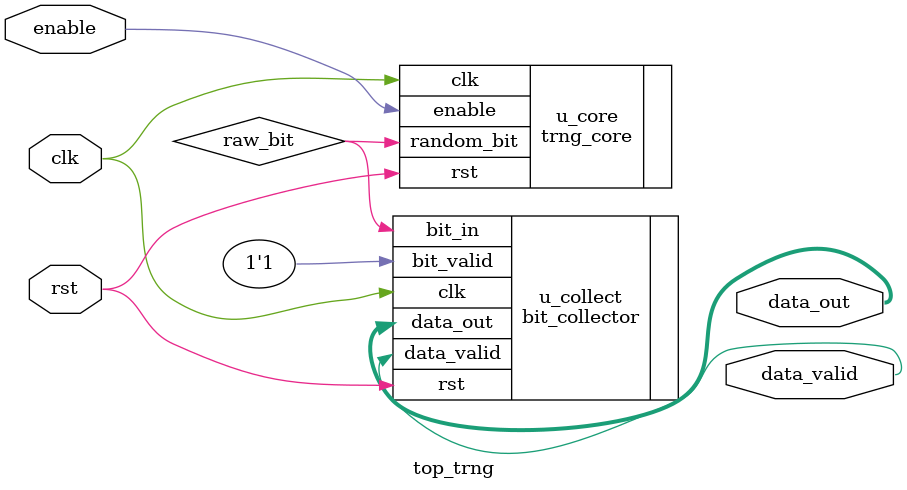
<source format=v>
`timescale 1ns/1ps  


module top_trng (
    input wire clk,
    input wire rst,
    input wire enable,

    output wire [63:0] data_out,
    output wire data_valid
);

    wire raw_bit;

    trng_core u_core (
        .clk(clk),
        .rst(rst),
        .enable(enable),
        .random_bit(raw_bit)
    );

    bit_collector u_collect (
        .clk(clk),
        .rst(rst),
        .bit_in(raw_bit),
        .bit_valid(1'b1),
        .data_out(data_out),
        .data_valid(data_valid)
    );

endmodule
</source>
